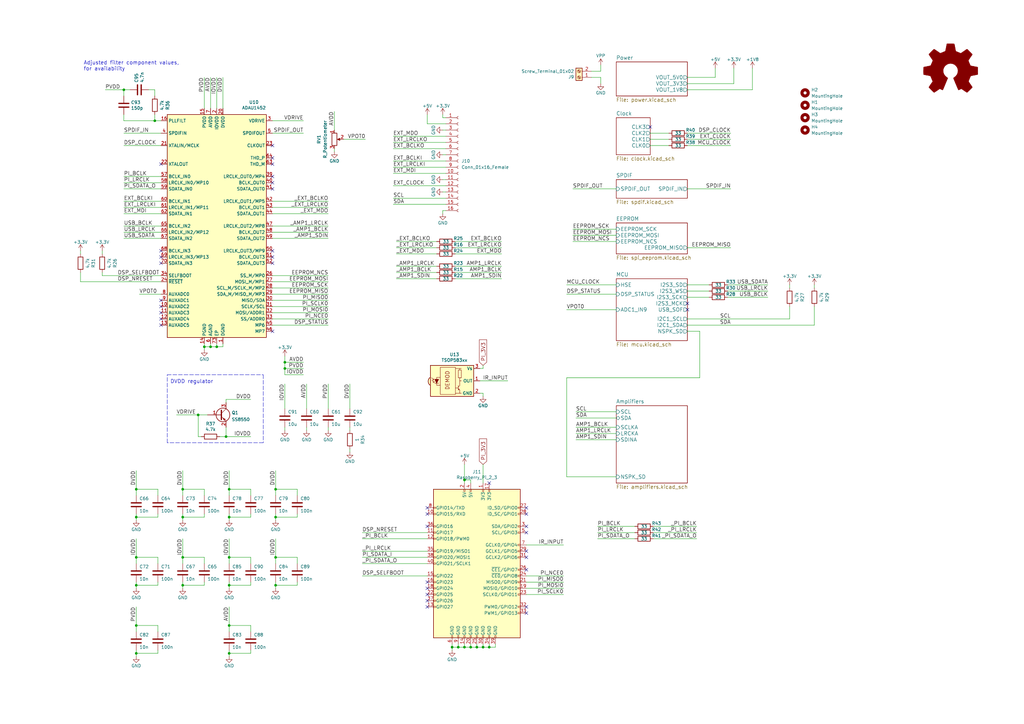
<source format=kicad_sch>
(kicad_sch (version 20211123) (generator eeschema)
  (paper "A3")
  (title_block (title "blus mini") (date "2023-05-08") (rev "b") (company "elagil"))
  (lib_symbols
    (symbol "Connector:Conn_01x16_Female" (pin_names (offset 1.016) hide)
      (property "Reference" "J" (at 0 20.32 0))
      (property "Value" "Conn_01x16_Female" (at 0 -22.86 0))
      (symbol "Conn_01x16_Female_1_1"
        (pin passive line (at -5.08 17.78 0) (length 3.81) (name "Pin_1") (number "1"))
        (pin passive line (at -5.08 -5.08 0) (length 3.81) (name "Pin_10") (number "10"))
        (pin passive line (at -5.08 -7.62 0) (length 3.81) (name "Pin_11") (number "11"))
        (pin passive line (at -5.08 -10.16 0) (length 3.81) (name "Pin_12") (number "12"))
        (pin passive line (at -5.08 -12.7 0) (length 3.81) (name "Pin_13") (number "13"))
        (pin passive line (at -5.08 -15.24 0) (length 3.81) (name "Pin_14") (number "14"))
        (pin passive line (at -5.08 -17.78 0) (length 3.81) (name "Pin_15") (number "15"))
        (pin passive line (at -5.08 -20.32 0) (length 3.81) (name "Pin_16") (number "16"))
        (pin passive line (at -5.08 15.24 0) (length 3.81) (name "Pin_2") (number "2"))
        (pin passive line (at -5.08 12.7 0) (length 3.81) (name "Pin_3") (number "3"))
        (pin passive line (at -5.08 10.16 0) (length 3.81) (name "Pin_4") (number "4"))
        (pin passive line (at -5.08 7.62 0) (length 3.81) (name "Pin_5") (number "5"))
        (pin passive line (at -5.08 5.08 0) (length 3.81) (name "Pin_6") (number "6"))
        (pin passive line (at -5.08 2.54 0) (length 3.81) (name "Pin_7") (number "7"))
        (pin passive line (at -5.08 0 0) (length 3.81) (name "Pin_8") (number "8"))
        (pin passive line (at -5.08 -2.54 0) (length 3.81) (name "Pin_9") (number "9"))
      )
    )
    (symbol "Connector:Raspberry_Pi_2_3" (pin_names (offset 1.016))
      (property "Reference" "J" (at -17.78 31.75 0))
      (property "Value" "Raspberry_Pi_2_3" (at 10.16 -31.75 0))
      (symbol "Raspberry_Pi_2_3_1_1"
        (pin power_in line (at 2.54 33.02 270) (length 2.54) (name "3V3") (number "1"))
        (pin bidirectional line (at -20.32 20.32 0) (length 2.54) (name "GPIO15/RXD") (number "10"))
        (pin bidirectional line (at -20.32 12.7 0) (length 2.54) (name "GPIO17") (number "11"))
        (pin bidirectional line (at -20.32 10.16 0) (length 2.54) (name "GPIO18/PWM0") (number "12"))
        (pin bidirectional line (at -20.32 -17.78 0) (length 2.54) (name "GPIO27") (number "13"))
        (pin power_in line (at -5.08 -33.02 90) (length 2.54) (name "GND") (number "14"))
        (pin bidirectional line (at -20.32 -5.08 0) (length 2.54) (name "GPIO22") (number "15"))
        (pin bidirectional line (at -20.32 -7.62 0) (length 2.54) (name "GPIO23") (number "16"))
        (pin power_in line (at 5.08 33.02 270) (length 2.54) (name "3V3") (number "17"))
        (pin bidirectional line (at -20.32 -10.16 0) (length 2.54) (name "GPIO24") (number "18"))
        (pin bidirectional line (at 20.32 -10.16 180) (length 2.54) (name "MOSI0/GPIO10") (number "19"))
        (pin power_in line (at -5.08 33.02 270) (length 2.54) (name "5V") (number "2"))
        (pin power_in line (at -2.54 -33.02 90) (length 2.54) (name "GND") (number "20"))
        (pin bidirectional line (at 20.32 -7.62 180) (length 2.54) (name "MISO0/GPIO9") (number "21"))
        (pin bidirectional line (at -20.32 -12.7 0) (length 2.54) (name "GPIO25") (number "22"))
        (pin bidirectional line (at 20.32 -12.7 180) (length 2.54) (name "SCLK0/GPIO11") (number "23"))
        (pin bidirectional line (at 20.32 -5.08 180) (length 2.54) (name "~{CE0}/GPIO8") (number "24"))
        (pin power_in line (at 0 -33.02 90) (length 2.54) (name "GND") (number "25"))
        (pin bidirectional line (at 20.32 -2.54 180) (length 2.54) (name "~{CE1}/GPIO7") (number "26"))
        (pin bidirectional line (at 20.32 22.86 180) (length 2.54) (name "ID_SD/GPIO0") (number "27"))
        (pin bidirectional line (at 20.32 20.32 180) (length 2.54) (name "ID_SC/GPIO1") (number "28"))
        (pin bidirectional line (at 20.32 5.08 180) (length 2.54) (name "GCLK1/GPIO5") (number "29"))
        (pin bidirectional line (at 20.32 15.24 180) (length 2.54) (name "SDA/GPIO2") (number "3"))
        (pin power_in line (at 2.54 -33.02 90) (length 2.54) (name "GND") (number "30"))
        (pin bidirectional line (at 20.32 2.54 180) (length 2.54) (name "GCLK2/GPIO6") (number "31"))
        (pin bidirectional line (at 20.32 -17.78 180) (length 2.54) (name "PWM0/GPIO12") (number "32"))
        (pin bidirectional line (at 20.32 -20.32 180) (length 2.54) (name "PWM1/GPIO13") (number "33"))
        (pin power_in line (at 5.08 -33.02 90) (length 2.54) (name "GND") (number "34"))
        (pin bidirectional line (at -20.32 5.08 0) (length 2.54) (name "GPIO19/MISO1") (number "35"))
        (pin bidirectional line (at -20.32 15.24 0) (length 2.54) (name "GPIO16") (number "36"))
        (pin bidirectional line (at -20.32 -15.24 0) (length 2.54) (name "GPIO26") (number "37"))
        (pin bidirectional line (at -20.32 2.54 0) (length 2.54) (name "GPIO20/MOSI1") (number "38"))
        (pin power_in line (at 7.62 -33.02 90) (length 2.54) (name "GND") (number "39"))
        (pin power_in line (at -2.54 33.02 270) (length 2.54) (name "5V") (number "4"))
        (pin bidirectional line (at -20.32 0 0) (length 2.54) (name "GPIO21/SCLK1") (number "40"))
        (pin bidirectional line (at 20.32 12.7 180) (length 2.54) (name "SCL/GPIO3") (number "5"))
        (pin power_in line (at -10.16 -33.02 90) (length 2.54) (name "GND") (number "6"))
        (pin bidirectional line (at 20.32 7.62 180) (length 2.54) (name "GCLK0/GPIO4") (number "7"))
        (pin bidirectional line (at -20.32 22.86 0) (length 2.54) (name "GPIO14/TXD") (number "8"))
        (pin power_in line (at -7.62 -33.02 90) (length 2.54) (name "GND") (number "9"))
      )
    )
    (symbol "Connector:Screw_Terminal_01x02" (pin_names (offset 1.016) hide)
      (property "Reference" "J" (at 0 2.54 0))
      (property "Value" "Screw_Terminal_01x02" (at 0 -5.08 0))
      (symbol "Screw_Terminal_01x02_1_1"
        (pin passive line (at -5.08 0 0) (length 3.81) (name "Pin_1") (number "1"))
        (pin passive line (at -5.08 -2.54 0) (length 3.81) (name "Pin_2") (number "2"))
      )
    )
    (symbol "DSP_AnalogDevices:ADAU1452"
      (property "Reference" "U" (at -17.78 46.99 0))
      (property "Value" "ADAU1452" (at 15.24 46.99 0))
      (symbol "ADAU1452_1_1"
        (pin power_in line (at 2.54 -48.26 90) (length 2.54) (name "DGND") (number "1"))
        (pin input line (at -22.86 -33.02 0) (length 2.54) (name "AUXADC2") (number "10"))
        (pin input line (at -22.86 -35.56 0) (length 2.54) (name "AUXADC3") (number "11"))
        (pin input line (at -22.86 -38.1 0) (length 2.54) (name "AUXADC4") (number "12"))
        (pin input line (at -22.86 -40.64 0) (length 2.54) (name "AUXADC5") (number "13"))
        (pin power_in line (at -5.08 -48.26 90) (length 2.54) (name "PGND") (number "14"))
        (pin power_in line (at -5.08 48.26 270) (length 2.54) (name "PVDD") (number "15"))
        (pin passive line (at -22.86 43.18 0) (length 2.54) (name "PLLFILT") (number "16"))
        (pin passive line (at 2.54 -48.26 90) (length 2.54) hide (name "DGND") (number "17"))
        (pin passive line (at 0 48.26 270) (length 2.54) hide (name "IOVDD") (number "18"))
        (pin passive line (at 2.54 -48.26 90) (length 2.54) hide (name "DGND") (number "19"))
        (pin power_in line (at 0 48.26 270) (length 2.54) (name "IOVDD") (number "2"))
        (pin power_in line (at 2.54 48.26 270) (length 2.54) (name "DVDD") (number "20"))
        (pin input line (at -22.86 33.02 0) (length 2.54) (name "XTALIN/MCLK") (number "21"))
        (pin output line (at -22.86 25.4 0) (length 2.54) (name "XTALOUT") (number "22"))
        (pin output line (at 22.86 33.02 180) (length 2.54) (name "CLKOUT") (number "23"))
        (pin input line (at -22.86 -22.86 0) (length 2.54) (name "~{RESET}") (number "24"))
        (pin passive line (at 2.54 -48.26 90) (length 2.54) hide (name "DGND") (number "25"))
        (pin bidirectional line (at 22.86 -20.32 180) (length 2.54) (name "SS_M/MP0") (number "26"))
        (pin bidirectional line (at 22.86 -22.86 180) (length 2.54) (name "MOSI_M/MP1") (number "27"))
        (pin bidirectional line (at 22.86 -25.4 180) (length 2.54) (name "SCL_M/SCLK_M/MP2") (number "28"))
        (pin bidirectional line (at 22.86 -27.94 180) (length 2.54) (name "SDA_M/MISO_M/MP3") (number "29"))
        (pin output line (at 22.86 43.18 180) (length 2.54) (name "VDRIVE") (number "3"))
        (pin bidirectional line (at 22.86 -30.48 180) (length 2.54) (name "MISO/SDA") (number "30"))
        (pin input line (at 22.86 -33.02 180) (length 2.54) (name "SCLK/SCL") (number "31"))
        (pin input line (at 22.86 -35.56 180) (length 2.54) (name "MOSI/ADDR1") (number "32"))
        (pin input line (at 22.86 -38.1 180) (length 2.54) (name "SS/ADDR0") (number "33"))
        (pin input line (at -22.86 -20.32 0) (length 2.54) (name "SELFBOOT") (number "34"))
        (pin passive line (at 2.54 48.26 270) (length 2.54) hide (name "DVDD") (number "35"))
        (pin passive line (at 2.54 -48.26 90) (length 2.54) hide (name "DGND") (number "36"))
        (pin passive line (at 2.54 -48.26 90) (length 2.54) hide (name "DGND") (number "37"))
        (pin passive line (at 0 48.26 270) (length 2.54) hide (name "IOVDD") (number "38"))
        (pin bidirectional line (at 22.86 20.32 180) (length 2.54) (name "LRCLK_OUT0/MP4") (number "39"))
        (pin input line (at -22.86 38.1 0) (length 2.54) (name "SPDIFIN") (number "4"))
        (pin bidirectional line (at 22.86 17.78 180) (length 2.54) (name "BCLK_OUT0") (number "40"))
        (pin output line (at 22.86 15.24 180) (length 2.54) (name "SDATA_OUT0") (number "41"))
        (pin bidirectional line (at 22.86 10.16 180) (length 2.54) (name "LRCLK_OUT1/MP5") (number "42"))
        (pin bidirectional line (at 22.86 7.62 180) (length 2.54) (name "BCLK_OUT1") (number "43"))
        (pin output line (at 22.86 5.08 180) (length 2.54) (name "SDATA_OUT1") (number "44"))
        (pin bidirectional line (at 22.86 -40.64 180) (length 2.54) (name "MP6") (number "45"))
        (pin bidirectional line (at 22.86 -43.18 180) (length 2.54) (name "MP7") (number "46"))
        (pin bidirectional line (at 22.86 0 180) (length 2.54) (name "LRCLK_OUT2/MP8") (number "47"))
        (pin bidirectional line (at 22.86 -2.54 180) (length 2.54) (name "BCLK_OUT2") (number "48"))
        (pin output line (at 22.86 -5.08 180) (length 2.54) (name "SDATA_OUT2") (number "49"))
        (pin output line (at 22.86 38.1 180) (length 2.54) (name "SPDIFOUT") (number "5"))
        (pin bidirectional line (at 22.86 -10.16 180) (length 2.54) (name "LRCLK_OUT3/MP9") (number "50"))
        (pin bidirectional line (at 22.86 -12.7 180) (length 2.54) (name "BCLK_OUT3") (number "51"))
        (pin output line (at 22.86 -15.24 180) (length 2.54) (name "SDATA_OUT3") (number "52"))
        (pin passive line (at 2.54 48.26 270) (length 2.54) hide (name "DVDD") (number "53"))
        (pin passive line (at 2.54 -48.26 90) (length 2.54) hide (name "DGND") (number "54"))
        (pin passive line (at 2.54 -48.26 90) (length 2.54) hide (name "DGND") (number "55"))
        (pin passive line (at 0 48.26 270) (length 2.54) hide (name "IOVDD") (number "56"))
        (pin bidirectional line (at -22.86 20.32 0) (length 2.54) (name "BCLK_IN0") (number "57"))
        (pin bidirectional line (at -22.86 17.78 0) (length 2.54) (name "LRCLK_IN0/MP10") (number "58"))
        (pin input line (at -22.86 15.24 0) (length 2.54) (name "SDATA_IN0") (number "59"))
        (pin power_in line (at -2.54 -48.26 90) (length 2.54) (name "AGND") (number "6"))
        (pin bidirectional line (at -22.86 10.16 0) (length 2.54) (name "BCLK_IN1") (number "60"))
        (pin bidirectional line (at -22.86 7.62 0) (length 2.54) (name "LRCLK_IN1/MP11") (number "61"))
        (pin input line (at -22.86 5.08 0) (length 2.54) (name "SDATA_IN1") (number "62"))
        (pin passive line (at 22.86 25.4 180) (length 2.54) (name "THD_M") (number "63"))
        (pin passive line (at 22.86 27.94 180) (length 2.54) (name "THD_P") (number "64"))
        (pin bidirectional line (at -22.86 0 0) (length 2.54) (name "BCLK_IN2") (number "65"))
        (pin bidirectional line (at -22.86 -2.54 0) (length 2.54) (name "LRCLK_IN2/MP12") (number "66"))
        (pin input line (at -22.86 -5.08 0) (length 2.54) (name "SDATA_IN2") (number "67"))
        (pin bidirectional line (at -22.86 -10.16 0) (length 2.54) (name "BCLK_IN3") (number "68"))
        (pin bidirectional line (at -22.86 -12.7 0) (length 2.54) (name "LRCLK_IN3/MP13") (number "69"))
        (pin power_in line (at -2.54 48.26 270) (length 2.54) (name "AVDD") (number "7"))
        (pin input line (at -22.86 -15.24 0) (length 2.54) (name "SDATA_IN3") (number "70"))
        (pin passive line (at 2.54 48.26 270) (length 2.54) hide (name "DVDD") (number "71"))
        (pin passive line (at 2.54 -48.26 90) (length 2.54) hide (name "DGND") (number "72"))
        (pin power_in line (at 0 -48.26 90) (length 2.54) (name "EP") (number "73"))
        (pin input line (at -22.86 -27.94 0) (length 2.54) (name "AUXADC0") (number "8"))
        (pin input line (at -22.86 -30.48 0) (length 2.54) (name "AUXADC1") (number "9"))
      )
    )
    (symbol "Device:C" (pin_numbers hide) (pin_names (offset 0.254))
      (property "Reference" "C" (at 0.635 2.54 0))
      (property "Value" "C" (at 0.635 -2.54 0))
      (symbol "C_1_1"
        (pin passive line (at 0 3.81 270) (length 2.794) (name "~") (number "1"))
        (pin passive line (at 0 -3.81 90) (length 2.794) (name "~") (number "2"))
      )
    )
    (symbol "Device:Q_PNP_BEC" (pin_names (offset 0) hide)
      (property "Reference" "Q" (at 5.08 1.27 0))
      (property "Value" "Q_PNP_BEC" (at 5.08 -1.27 0))
      (symbol "Q_PNP_BEC_1_1"
        (pin input line (at -5.08 0 0) (length 5.715) (name "B") (number "1"))
        (pin passive line (at 2.54 -5.08 90) (length 2.54) (name "E") (number "2"))
        (pin passive line (at 2.54 5.08 270) (length 2.54) (name "C") (number "3"))
      )
    )
    (symbol "Device:R" (pin_numbers hide) (pin_names (offset 0))
      (property "Reference" "R" (at 2.032 0 90))
      (property "Value" "R" (at 0 0 90))
      (symbol "R_1_1"
        (pin passive line (at 0 3.81 270) (length 1.27) (name "~") (number "1"))
        (pin passive line (at 0 -3.81 90) (length 1.27) (name "~") (number "2"))
      )
    )
    (symbol "Device:R_Potentiometer" (pin_names (offset 1.016) hide)
      (property "Reference" "RV" (at -4.445 0 90))
      (property "Value" "R_Potentiometer" (at -2.54 0 90))
      (symbol "R_Potentiometer_1_1"
        (pin passive line (at 0 3.81 270) (length 1.27) (name "1") (number "1"))
        (pin passive line (at 3.81 0 180) (length 1.27) (name "2") (number "2"))
        (pin passive line (at 0 -3.81 90) (length 1.27) (name "3") (number "3"))
      )
    )
    (symbol "Graphic:Logo_Open_Hardware_Large" (pin_names (offset 1.016)))
    (symbol "Interface_Optical:TSOP583xx"
      (property "Reference" "U" (at -10.16 7.62 0))
      (property "Value" "TSOP583xx" (at -10.16 -7.62 0))
      (symbol "TSOP583xx_0_0"
        (text "DEMOD" (at -3.175 0.254 900) (effects (font (size 1.524 1.524))))
      )
      (symbol "TSOP583xx_1_1"
        (pin output line (at 10.16 0 180) (length 2.54) (name "OUT") (number "1"))
        (pin power_in line (at 10.16 -5.08 180) (length 2.54) (name "GND") (number "2"))
        (pin power_in line (at 10.16 5.08 180) (length 2.54) (name "Vs") (number "3"))
      )
    )
    (symbol "Mechanical:MountingHole" (pin_names (offset 1.016))
      (property "Reference" "H" (at 0 5.08 0))
      (property "Value" "MountingHole" (at 0 3.175 0))
    )
    (symbol "power:+1V8" (power) (pin_names (offset 0))
      (property "Value" "+1V8" (at 0 3.556 0))
      (symbol "+1V8_1_1"
        (pin power_in line (at 0 0 90) (length 0) hide (name "+1V8") (number "1"))
      )
    )
    (symbol "power:+3.3V" (power) (pin_names (offset 0))
      (property "Value" "+3.3V" (at 0 3.556 0))
      (symbol "+3.3V_1_1"
        (pin power_in line (at 0 0 90) (length 0) hide (name "+3.3V") (number "1"))
      )
    )
    (symbol "power:+5V" (power) (pin_names (offset 0))
      (property "Value" "+5V" (at 0 3.556 0))
      (symbol "+5V_1_1"
        (pin power_in line (at 0 0 90) (length 0) hide (name "+5V") (number "1"))
      )
    )
    (symbol "power:GND" (power) (pin_names (offset 0))
      (property "Value" "GND" (at 0 -3.81 0))
      (symbol "GND_1_1"
        (pin power_in line (at 0 0 270) (length 0) hide (name "GND") (number "1"))
      )
    )
    (symbol "power:VPP" (power) (pin_names (offset 0))
      (property "Value" "VPP" (at 0 3.81 0))
      (symbol "VPP_1_1"
        (pin power_in line (at 0 0 90) (length 0) hide (name "VPP") (number "1"))
      )
    )
  )
  (junction (at 195.58 265.43))
  (junction (at 190.5 196.85))
  (junction (at 187.96 265.43))
  (junction (at 88.9 142.24))
  (junction (at 55.88 267.97))
  (junction (at 93.98 240.03))
  (junction (at 74.93 240.03))
  (junction (at 93.98 212.09))
  (junction (at 93.98 256.54))
  (junction (at 74.93 228.6))
  (junction (at 93.98 200.66))
  (junction (at 55.88 256.54))
  (junction (at 93.98 267.97))
  (junction (at 83.82 142.24))
  (junction (at 55.88 200.66))
  (junction (at 116.84 151.13))
  (junction (at 185.42 265.43))
  (junction (at 113.03 200.66))
  (junction (at 113.03 228.6))
  (junction (at 63.5 49.53))
  (junction (at 55.88 240.03))
  (junction (at 74.93 212.09))
  (junction (at 81.28 170.18))
  (junction (at 55.88 212.09))
  (junction (at 116.84 148.59))
  (junction (at 86.36 142.24))
  (junction (at 113.03 212.09))
  (junction (at 193.04 265.43))
  (junction (at 50.8 36.83))
  (junction (at 55.88 228.6))
  (junction (at 198.12 265.43))
  (junction (at 92.71 179.07))
  (junction (at 93.98 228.6))
  (junction (at 74.93 200.66))
  (junction (at 190.5 265.43))
  (junction (at 200.66 265.43))
  (junction (at 113.03 240.03))
  (no_connect (at 175.26 243.84))
  (no_connect (at 175.26 238.76))
  (no_connect (at 215.9 228.6))
  (no_connect (at 111.76 72.39))
  (no_connect (at 215.9 210.82))
  (no_connect (at 215.9 248.92))
  (no_connect (at 66.04 107.95))
  (no_connect (at 281.94 124.46))
  (no_connect (at 111.76 64.77))
  (no_connect (at 66.04 133.35))
  (no_connect (at 66.04 102.87))
  (no_connect (at 215.9 215.9))
  (no_connect (at 66.04 130.81))
  (no_connect (at 111.76 67.31))
  (no_connect (at 215.9 218.44))
  (no_connect (at 111.76 74.93))
  (no_connect (at 215.9 208.28))
  (no_connect (at 200.66 198.12))
  (no_connect (at 66.04 123.19))
  (no_connect (at 111.76 105.41))
  (no_connect (at 266.7 52.07))
  (no_connect (at 175.26 248.92))
  (no_connect (at 215.9 233.68))
  (no_connect (at 175.26 241.3))
  (no_connect (at 111.76 102.87))
  (no_connect (at 175.26 208.28))
  (no_connect (at 281.94 127))
  (no_connect (at 111.76 77.47))
  (no_connect (at 66.04 125.73))
  (no_connect (at 215.9 226.06))
  (no_connect (at 66.04 67.31))
  (no_connect (at 111.76 107.95))
  (no_connect (at 215.9 251.46))
  (no_connect (at 111.76 59.69))
  (no_connect (at 111.76 135.89))
  (no_connect (at 175.26 210.82))
  (no_connect (at 175.26 246.38))
  (no_connect (at 175.26 215.9))
  (no_connect (at 66.04 128.27))
  (no_connect (at 66.04 105.41))
  (wire (pts (xy 113.03 210.82) (xy 113.03 212.09)))
  (wire (pts (xy 148.59 220.98) (xy 175.26 220.98)))
  (wire (pts (xy 64.77 212.09) (xy 64.77 210.82)))
  (wire (pts (xy 111.76 82.55) (xy 134.62 82.55)))
  (wire (pts (xy 74.93 212.09) (xy 83.82 212.09)))
  (wire (pts (xy 55.88 220.98) (xy 55.88 228.6)))
  (wire (pts (xy 236.22 180.34) (xy 252.73 180.34)))
  (wire (pts (xy 93.98 267.97) (xy 93.98 269.24)))
  (wire (pts (xy 281.94 116.84) (xy 290.83 116.84)))
  (wire (pts (xy 111.76 130.81) (xy 134.62 130.81)))
  (wire (pts (xy 81.28 170.18) (xy 81.28 179.07)))
  (wire (pts (xy 281.94 121.92) (xy 290.83 121.92)))
  (wire (pts (xy 116.84 153.67) (xy 124.46 153.67)))
  (wire (pts (xy 74.93 193.04) (xy 74.93 200.66)))
  (wire (pts (xy 50.8 77.47) (xy 66.04 77.47)))
  (wire (pts (xy 92.71 179.07) (xy 90.17 179.07)))
  (wire (pts (xy 85.09 170.18) (xy 81.28 170.18)))
  (wire (pts (xy 55.88 267.97) (xy 55.88 269.24)))
  (wire (pts (xy 43.18 36.83) (xy 50.8 36.83)))
  (wire (pts (xy 293.37 27.94) (xy 293.37 31.75)))
  (wire (pts (xy 93.98 228.6) (xy 102.87 228.6)))
  (wire (pts (xy 111.76 118.11) (xy 134.62 118.11)))
  (wire (pts (xy 33.02 115.57) (xy 66.04 115.57)))
  (wire (pts (xy 111.76 123.19) (xy 134.62 123.19)))
  (wire (pts (xy 64.77 240.03) (xy 64.77 238.76)))
  (wire (pts (xy 181.61 63.5) (xy 182.88 63.5)))
  (wire (pts (xy 55.88 267.97) (xy 64.77 267.97)))
  (wire (pts (xy 66.04 49.53) (xy 63.5 49.53)))
  (wire (pts (xy 93.98 203.2) (xy 93.98 200.66)))
  (wire (pts (xy 74.93 200.66) (xy 83.82 200.66)))
  (wire (pts (xy 74.93 240.03) (xy 83.82 240.03)))
  (wire (pts (xy 299.72 101.6) (xy 281.94 101.6)))
  (wire (pts (xy 267.97 218.44) (xy 285.75 218.44)))
  (wire (pts (xy 148.59 231.14) (xy 175.26 231.14)))
  (wire (pts (xy 83.82 212.09) (xy 83.82 210.82)))
  (wire (pts (xy 111.76 97.79) (xy 134.62 97.79)))
  (wire (pts (xy 334.01 133.35) (xy 334.01 125.73)))
  (wire (pts (xy 252.73 93.98) (xy 234.95 93.98)))
  (wire (pts (xy 267.97 220.98) (xy 285.75 220.98)))
  (wire (pts (xy 148.59 218.44) (xy 175.26 218.44)))
  (wire (pts (xy 245.11 218.44) (xy 260.35 218.44)))
  (wire (pts (xy 113.03 238.76) (xy 113.03 240.03)))
  (wire (pts (xy 113.03 220.98) (xy 113.03 228.6)))
  (wire (pts (xy 64.77 200.66) (xy 64.77 203.2)))
  (wire (pts (xy 74.93 210.82) (xy 74.93 212.09)))
  (wire (pts (xy 93.98 238.76) (xy 93.98 240.03)))
  (wire (pts (xy 113.03 228.6) (xy 121.92 228.6)))
  (wire (pts (xy 245.11 215.9) (xy 260.35 215.9)))
  (wire (pts (xy 55.88 212.09) (xy 64.77 212.09)))
  (wire (pts (xy 267.97 215.9) (xy 285.75 215.9)))
  (wire (pts (xy 232.41 116.84) (xy 252.73 116.84)))
  (wire (pts (xy 91.44 142.24) (xy 91.44 140.97)))
  (wire (pts (xy 113.03 212.09) (xy 113.03 213.36)))
  (wire (pts (xy 308.61 36.83) (xy 308.61 27.94)))
  (wire (pts (xy 102.87 212.09) (xy 102.87 210.82)))
  (wire (pts (xy 74.93 228.6) (xy 83.82 228.6)))
  (wire (pts (xy 113.03 240.03) (xy 121.92 240.03)))
  (wire (pts (xy 50.8 82.55) (xy 66.04 82.55)))
  (wire (pts (xy 92.71 175.26) (xy 92.71 179.07)))
  (wire (pts (xy 162.56 111.76) (xy 179.07 111.76)))
  (wire (pts (xy 161.29 71.12) (xy 182.88 71.12)))
  (wire (pts (xy 60.96 36.83) (xy 63.5 36.83)))
  (wire (pts (xy 81.28 179.07) (xy 82.55 179.07)))
  (wire (pts (xy 111.76 85.09) (xy 134.62 85.09)))
  (wire (pts (xy 66.04 95.25) (xy 50.8 95.25)))
  (wire (pts (xy 102.87 240.03) (xy 102.87 238.76)))
  (wire (pts (xy 186.69 99.06) (xy 205.74 99.06)))
  (wire (pts (xy 111.76 115.57) (xy 134.62 115.57)))
  (wire (pts (xy 195.58 265.43) (xy 195.58 264.16)))
  (wire (pts (xy 125.73 175.26) (xy 125.73 176.53)))
  (wire (pts (xy 181.61 53.34) (xy 182.88 53.34)))
  (wire (pts (xy 198.12 161.29) (xy 198.12 162.56)))
  (wire (pts (xy 140.97 57.15) (xy 149.86 57.15)))
  (wire (pts (xy 181.61 48.26) (xy 181.61 46.99)))
  (wire (pts (xy 74.93 203.2) (xy 74.93 200.66)))
  (wire (pts (xy 134.62 176.53) (xy 134.62 175.26)))
  (wire (pts (xy 93.98 240.03) (xy 93.98 241.3)))
  (wire (pts (xy 236.22 175.26) (xy 252.73 175.26)))
  (wire (pts (xy 50.8 92.71) (xy 66.04 92.71)))
  (wire (pts (xy 50.8 54.61) (xy 66.04 54.61)))
  (wire (pts (xy 113.03 231.14) (xy 113.03 228.6)))
  (wire (pts (xy 334.01 116.84) (xy 334.01 118.11)))
  (wire (pts (xy 72.39 170.18) (xy 81.28 170.18)))
  (wire (pts (xy 116.84 151.13) (xy 116.84 153.67)))
  (wire (pts (xy 111.76 113.03) (xy 134.62 113.03)))
  (wire (pts (xy 198.12 190.5) (xy 198.12 198.12)))
  (wire (pts (xy 55.88 193.04) (xy 55.88 200.66)))
  (wire (pts (xy 124.46 49.53) (xy 111.76 49.53)))
  (wire (pts (xy 41.91 102.87) (xy 41.91 104.14)))
  (wire (pts (xy 298.45 119.38) (xy 314.96 119.38)))
  (wire (pts (xy 186.69 101.6) (xy 205.74 101.6)))
  (wire (pts (xy 181.61 78.74) (xy 182.88 78.74)))
  (wire (pts (xy 124.46 54.61) (xy 111.76 54.61)))
  (wire (pts (xy 162.56 99.06) (xy 179.07 99.06)))
  (wire (pts (xy 231.14 243.84) (xy 215.9 243.84)))
  (wire (pts (xy 299.72 77.47) (xy 281.94 77.47)))
  (wire (pts (xy 231.14 236.22) (xy 215.9 236.22)))
  (wire (pts (xy 33.02 102.87) (xy 33.02 104.14)))
  (wire (pts (xy 113.03 200.66) (xy 121.92 200.66)))
  (wire (pts (xy 231.14 238.76) (xy 215.9 238.76)))
  (wire (pts (xy 86.36 142.24) (xy 88.9 142.24)))
  (wire (pts (xy 148.59 228.6) (xy 175.26 228.6)))
  (wire (pts (xy 55.88 259.08) (xy 55.88 256.54)))
  (wire (pts (xy 121.92 240.03) (xy 121.92 238.76)))
  (wire (pts (xy 55.88 238.76) (xy 55.88 240.03)))
  (wire (pts (xy 182.88 50.8) (xy 175.26 50.8)))
  (wire (pts (xy 137.16 45.72) (xy 137.16 53.34)))
  (wire (pts (xy 116.84 146.05) (xy 116.84 148.59)))
  (wire (pts (xy 55.88 212.09) (xy 55.88 213.36)))
  (wire (pts (xy 200.66 265.43) (xy 200.66 264.16)))
  (wire (pts (xy 162.56 114.3) (xy 179.07 114.3)))
  (wire (pts (xy 161.29 81.28) (xy 182.88 81.28)))
  (wire (pts (xy 281.94 130.81) (xy 323.85 130.81)))
  (wire (pts (xy 93.98 210.82) (xy 93.98 212.09)))
  (wire (pts (xy 125.73 167.64) (xy 125.73 157.48)))
  (wire (pts (xy 137.16 60.96) (xy 137.16 62.23)))
  (wire (pts (xy 281.94 119.38) (xy 290.83 119.38)))
  (wire (pts (xy 242.57 29.21) (xy 246.38 29.21)))
  (wire (pts (xy 281.94 31.75) (xy 293.37 31.75)))
  (wire (pts (xy 186.69 104.14) (xy 205.74 104.14)))
  (wire (pts (xy 83.82 228.6) (xy 83.82 231.14)))
  (wire (pts (xy 186.69 114.3) (xy 205.74 114.3)))
  (wire (pts (xy 113.03 203.2) (xy 113.03 200.66)))
  (wire (pts (xy 185.42 265.43) (xy 185.42 266.7)))
  (wire (pts (xy 83.82 240.03) (xy 83.82 238.76)))
  (wire (pts (xy 287.02 135.89) (xy 287.02 154.94)))
  (wire (pts (xy 281.94 34.29) (xy 300.99 34.29)))
  (wire (pts (xy 55.88 266.7) (xy 55.88 267.97)))
  (wire (pts (xy 161.29 60.96) (xy 182.88 60.96)))
  (wire (pts (xy 93.98 231.14) (xy 93.98 228.6)))
  (wire (pts (xy 93.98 220.98) (xy 93.98 228.6)))
  (wire (pts (xy 55.88 231.14) (xy 55.88 228.6)))
  (wire (pts (xy 281.94 54.61) (xy 299.72 54.61)))
  (wire (pts (xy 148.59 236.22) (xy 175.26 236.22)))
  (wire (pts (xy 198.12 265.43) (xy 200.66 265.43)))
  (wire (pts (xy 50.8 59.69) (xy 66.04 59.69)))
  (wire (pts (xy 246.38 26.67) (xy 246.38 29.21)))
  (wire (pts (xy 190.5 196.85) (xy 190.5 198.12)))
  (wire (pts (xy 234.95 99.06) (xy 252.73 99.06)))
  (wire (pts (xy 113.03 212.09) (xy 121.92 212.09)))
  (wire (pts (xy 185.42 265.43) (xy 187.96 265.43)))
  (wire (pts (xy 236.22 168.91) (xy 252.73 168.91)))
  (wire (pts (xy 55.88 203.2) (xy 55.88 200.66)))
  (wire (pts (xy 186.69 109.22) (xy 205.74 109.22)))
  (wire (pts (xy 266.7 54.61) (xy 274.32 54.61)))
  (wire (pts (xy 193.04 265.43) (xy 193.04 264.16)))
  (wire (pts (xy 111.76 125.73) (xy 134.62 125.73)))
  (wire (pts (xy 111.76 133.35) (xy 134.62 133.35)))
  (wire (pts (xy 281.94 59.69) (xy 299.72 59.69)))
  (wire (pts (xy 195.58 265.43) (xy 198.12 265.43)))
  (wire (pts (xy 55.88 248.92) (xy 55.88 256.54)))
  (wire (pts (xy 298.45 116.84) (xy 314.96 116.84)))
  (wire (pts (xy 182.88 48.26) (xy 181.61 48.26)))
  (wire (pts (xy 83.82 140.97) (xy 83.82 142.24)))
  (wire (pts (xy 190.5 190.5) (xy 190.5 196.85)))
  (wire (pts (xy 193.04 198.12) (xy 193.04 196.85)))
  (wire (pts (xy 234.95 96.52) (xy 252.73 96.52)))
  (wire (pts (xy 208.28 156.21) (xy 196.85 156.21)))
  (wire (pts (xy 50.8 36.83) (xy 50.8 39.37)))
  (wire (pts (xy 193.04 196.85) (xy 190.5 196.85)))
  (wire (pts (xy 175.26 50.8) (xy 175.26 46.99)))
  (wire (pts (xy 41.91 113.03) (xy 66.04 113.03)))
  (wire (pts (xy 113.03 240.03) (xy 113.03 241.3)))
  (wire (pts (xy 91.44 31.75) (xy 91.44 44.45)))
  (wire (pts (xy 55.88 256.54) (xy 64.77 256.54)))
  (wire (pts (xy 300.99 27.94) (xy 300.99 34.29)))
  (wire (pts (xy 181.61 86.36) (xy 182.88 86.36)))
  (wire (pts (xy 298.45 121.92) (xy 314.96 121.92)))
  (wire (pts (xy 124.46 148.59) (xy 116.84 148.59)))
  (wire (pts (xy 121.92 200.66) (xy 121.92 203.2)))
  (wire (pts (xy 86.36 31.75) (xy 86.36 44.45)))
  (wire (pts (xy 121.92 228.6) (xy 121.92 231.14)))
  (wire (pts (xy 83.82 142.24) (xy 86.36 142.24)))
  (wire (pts (xy 198.12 151.13) (xy 196.85 151.13)))
  (wire (pts (xy 274.32 59.69) (xy 266.7 59.69)))
  (wire (pts (xy 57.15 120.65) (xy 66.04 120.65)))
  (wire (pts (xy 281.94 133.35) (xy 334.01 133.35)))
  (wire (pts (xy 116.84 175.26) (xy 116.84 176.53)))
  (wire (pts (xy 66.04 74.93) (xy 50.8 74.93)))
  (wire (pts (xy 196.85 161.29) (xy 198.12 161.29)))
  (wire (pts (xy 111.76 92.71) (xy 134.62 92.71)))
  (polyline (pts (xy 68.58 181.61) (xy 68.58 153.67)))
  (wire (pts (xy 234.95 77.47) (xy 252.73 77.47)))
  (wire (pts (xy 187.96 265.43) (xy 190.5 265.43)))
  (wire (pts (xy 102.87 256.54) (xy 102.87 259.08)))
  (wire (pts (xy 281.94 135.89) (xy 287.02 135.89)))
  (wire (pts (xy 111.76 87.63) (xy 134.62 87.63)))
  (wire (pts (xy 198.12 265.43) (xy 198.12 264.16)))
  (wire (pts (xy 33.02 115.57) (xy 33.02 111.76)))
  (wire (pts (xy 74.93 212.09) (xy 74.93 213.36)))
  (wire (pts (xy 50.8 97.79) (xy 66.04 97.79)))
  (wire (pts (xy 161.29 55.88) (xy 182.88 55.88)))
  (wire (pts (xy 162.56 104.14) (xy 179.07 104.14)))
  (wire (pts (xy 148.59 226.06) (xy 175.26 226.06)))
  (wire (pts (xy 83.82 31.75) (xy 83.82 44.45)))
  (wire (pts (xy 231.14 223.52) (xy 215.9 223.52)))
  (wire (pts (xy 232.41 195.58) (xy 252.73 195.58)))
  (wire (pts (xy 102.87 267.97) (xy 102.87 266.7)))
  (wire (pts (xy 92.71 179.07) (xy 102.87 179.07)))
  (wire (pts (xy 198.12 149.86) (xy 198.12 151.13)))
  (wire (pts (xy 181.61 73.66) (xy 182.88 73.66)))
  (wire (pts (xy 55.88 240.03) (xy 64.77 240.03)))
  (wire (pts (xy 161.29 83.82) (xy 182.88 83.82)))
  (wire (pts (xy 93.98 212.09) (xy 102.87 212.09)))
  (wire (pts (xy 162.56 101.6) (xy 179.07 101.6)))
  (polyline (pts (xy 68.58 153.67) (xy 107.95 153.67)))
  (wire (pts (xy 83.82 142.24) (xy 83.82 143.51)))
  (wire (pts (xy 116.84 148.59) (xy 116.84 151.13)))
  (wire (pts (xy 232.41 154.94) (xy 232.41 195.58)))
  (wire (pts (xy 161.29 66.04) (xy 182.88 66.04)))
  (wire (pts (xy 102.87 200.66) (xy 102.87 203.2)))
  (wire (pts (xy 111.76 128.27) (xy 134.62 128.27)))
  (polyline (pts (xy 107.95 153.67) (xy 107.95 181.61)))
  (wire (pts (xy 74.93 220.98) (xy 74.93 228.6)))
  (wire (pts (xy 203.2 265.43) (xy 203.2 264.16)))
  (wire (pts (xy 53.34 36.83) (xy 50.8 36.83)))
  (wire (pts (xy 55.88 200.66) (xy 64.77 200.66)))
  (wire (pts (xy 93.98 259.08) (xy 93.98 256.54)))
  (wire (pts (xy 74.93 238.76) (xy 74.93 240.03)))
  (wire (pts (xy 93.98 256.54) (xy 102.87 256.54)))
  (wire (pts (xy 93.98 200.66) (xy 102.87 200.66)))
  (wire (pts (xy 323.85 130.81) (xy 323.85 125.73)))
  (wire (pts (xy 111.76 95.25) (xy 134.62 95.25)))
  (wire (pts (xy 143.51 157.48) (xy 143.51 167.64)))
  (wire (pts (xy 281.94 36.83) (xy 308.61 36.83)))
  (wire (pts (xy 55.88 228.6) (xy 64.77 228.6)))
  (wire (pts (xy 83.82 200.66) (xy 83.82 203.2)))
  (wire (pts (xy 64.77 228.6) (xy 64.77 231.14)))
  (wire (pts (xy 74.93 231.14) (xy 74.93 228.6)))
  (wire (pts (xy 181.61 86.36) (xy 181.61 87.63)))
  (wire (pts (xy 200.66 265.43) (xy 203.2 265.43)))
  (wire (pts (xy 185.42 264.16) (xy 185.42 265.43)))
  (wire (pts (xy 102.87 228.6) (xy 102.87 231.14)))
  (wire (pts (xy 121.92 212.09) (xy 121.92 210.82)))
  (wire (pts (xy 116.84 167.64) (xy 116.84 157.48)))
  (wire (pts (xy 236.22 177.8) (xy 252.73 177.8)))
  (wire (pts (xy 266.7 57.15) (xy 274.32 57.15)))
  (wire (pts (xy 287.02 154.94) (xy 232.41 154.94)))
  (wire (pts (xy 236.22 171.45) (xy 252.73 171.45)))
  (wire (pts (xy 88.9 142.24) (xy 91.44 142.24)))
  (wire (pts (xy 143.51 184.15) (xy 143.51 185.42)))
  (wire (pts (xy 55.88 240.03) (xy 55.88 241.3)))
  (wire (pts (xy 86.36 142.24) (xy 86.36 140.97)))
  (wire (pts (xy 281.94 57.15) (xy 299.72 57.15)))
  (wire (pts (xy 66.04 85.09) (xy 50.8 85.09)))
  (wire (pts (xy 143.51 175.26) (xy 143.51 176.53)))
  (wire (pts (xy 93.98 267.97) (xy 102.87 267.97)))
  (wire (pts (xy 232.41 127) (xy 252.73 127)))
  (wire (pts (xy 50.8 72.39) (xy 66.04 72.39)))
  (wire (pts (xy 55.88 210.82) (xy 55.88 212.09)))
  (wire (pts (xy 88.9 142.24) (xy 88.9 140.97)))
  (polyline (pts (xy 107.95 181.61) (xy 68.58 181.61)))
  (wire (pts (xy 93.98 266.7) (xy 93.98 267.97)))
  (wire (pts (xy 134.62 167.64) (xy 134.62 157.48)))
  (wire (pts (xy 93.98 248.92) (xy 93.98 256.54)))
  (wire (pts (xy 186.69 111.76) (xy 205.74 111.76)))
  (wire (pts (xy 245.11 220.98) (xy 260.35 220.98)))
  (wire (pts (xy 161.29 68.58) (xy 182.88 68.58)))
  (wire (pts (xy 113.03 193.04) (xy 113.03 200.66)))
  (wire (pts (xy 190.5 265.43) (xy 190.5 264.16)))
  (wire (pts (xy 63.5 36.83) (xy 63.5 39.37)))
  (wire (pts (xy 161.29 76.2) (xy 182.88 76.2)))
  (wire (pts (xy 323.85 116.84) (xy 323.85 118.11)))
  (wire (pts (xy 92.71 165.1) (xy 92.71 163.83)))
  (wire (pts (xy 64.77 256.54) (xy 64.77 259.08)))
  (wire (pts (xy 92.71 163.83) (xy 102.87 163.83)))
  (wire (pts (xy 193.04 265.43) (xy 195.58 265.43)))
  (wire (pts (xy 93.98 212.09) (xy 93.98 213.36)))
  (wire (pts (xy 66.04 87.63) (xy 50.8 87.63)))
  (wire (pts (xy 50.8 46.99) (xy 50.8 49.53)))
  (wire (pts (xy 162.56 109.22) (xy 179.07 109.22)))
  (wire (pts (xy 93.98 240.03) (xy 102.87 240.03)))
  (wire (pts (xy 242.57 31.75) (xy 246.38 31.75)))
  (wire (pts (xy 74.93 240.03) (xy 74.93 241.3)))
  (wire (pts (xy 88.9 31.75) (xy 88.9 44.45)))
  (wire (pts (xy 190.5 265.43) (xy 193.04 265.43)))
  (wire (pts (xy 64.77 267.97) (xy 64.77 266.7)))
  (wire (pts (xy 111.76 120.65) (xy 134.62 120.65)))
  (wire (pts (xy 187.96 265.43) (xy 187.96 264.16)))
  (wire (pts (xy 215.9 241.3) (xy 231.14 241.3)))
  (wire (pts (xy 93.98 193.04) (xy 93.98 200.66)))
  (wire (pts (xy 161.29 58.42) (xy 182.88 58.42)))
  (wire (pts (xy 41.91 113.03) (xy 41.91 111.76)))
  (wire (pts (xy 246.38 34.29) (xy 246.38 31.75)))
  (wire (pts (xy 63.5 49.53) (xy 63.5 46.99)))
  (wire (pts (xy 50.8 49.53) (xy 63.5 49.53)))
  (wire (pts (xy 124.46 151.13) (xy 116.84 151.13)))
  (wire (pts (xy 232.41 120.65) (xy 252.73 120.65)))
  (text "Adjusted filter component values,\nfor availability" (at 34.29 29.21 0) (effects (font (size 1.524 1.524)) (justify left bottom)))
  (text "DVDD regulator" (at 69.85 157.48 0) (effects (font (size 1.524 1.524)) (justify left bottom)))
  (label "USB_LRCLK" (at 314.96 119.38 180) (effects (font (size 1.524 1.524))))
  (label "EXT_LRCLKO" (at 205.74 101.6 180) (effects (font (size 1.524 1.524))))
  (label "DVDD" (at 143.51 157.48 270) (effects (font (size 1.524 1.524))))
  (label "EXT_LRCLKO" (at 161.29 58.42 0) (effects (font (size 1.524 1.524))))
  (label "PVDD" (at 124.46 151.13 180) (effects (font (size 1.524 1.524))))
  (label "EEPROM_MISO" (at 299.72 101.6 180) (effects (font (size 1.524 1.524))))
  (label "PI_MISO0" (at 231.14 238.76 180) (effects (font (size 1.524 1.524))))
  (label "PI_NCE0" (at 231.14 236.22 180) (effects (font (size 1.524 1.524))))
  (label "_PI_LRCLK" (at 285.75 218.44 180) (effects (font (size 1.524 1.524))))
  (label "DVDD" (at 102.87 163.83 180) (effects (font (size 1.524 1.524))))
  (label "PI_SDATA_O" (at 50.8 77.47 0) (effects (font (size 1.524 1.524))))
  (label "USB_BCLK" (at 50.8 92.71 0) (effects (font (size 1.524 1.524))))
  (label "VDRIVE" (at 72.39 170.18 0) (effects (font (size 1.524 1.524))))
  (label "PI_MOSI0" (at 134.62 128.27 180) (effects (font (size 1.524 1.524))))
  (label "DSP_CLOCK" (at 50.8 59.69 0) (effects (font (size 1.524 1.524))))
  (label "MCU_CLOCK" (at 299.72 59.69 180) (effects (font (size 1.524 1.524))))
  (label "SPDIF_IN" (at 50.8 54.61 0) (effects (font (size 1.524 1.524))))
  (label "PI_SCLK0" (at 134.62 125.73 180) (effects (font (size 1.524 1.524))))
  (label "PVDD" (at 55.88 248.92 270) (effects (font (size 1.524 1.524))))
  (label "AMP1_SDIN" (at 205.74 114.3 180) (effects (font (size 1.524 1.524))))
  (label "DSP_NRESET" (at 148.59 218.44 0) (effects (font (size 1.524 1.524))))
  (label "VPOT0" (at 57.15 120.65 0) (effects (font (size 1.524 1.524))))
  (label "PVDD" (at 43.18 36.83 0) (effects (font (size 1.524 1.524))))
  (label "IR_INPUT" (at 231.14 223.52 180) (effects (font (size 1.524 1.524))))
  (label "IOVDD" (at 113.03 220.98 270) (effects (font (size 1.524 1.524))))
  (label "AMP1_LRCLK" (at 236.22 177.8 0) (effects (font (size 1.524 1.524))))
  (label "IOVDD" (at 116.84 157.48 270) (effects (font (size 1.524 1.524))))
  (label "SCL" (at 299.72 130.81 180) (effects (font (size 1.524 1.524))))
  (label "MCU_CLOCK" (at 232.41 116.84 0) (effects (font (size 1.524 1.524))))
  (label "SPDIF_OUT" (at 234.95 77.47 0) (effects (font (size 1.524 1.524))))
  (label "_PI_BCLK" (at 148.59 220.98 0) (effects (font (size 1.524 1.524))))
  (label "_AMP1_SDIN" (at 162.56 114.3 0) (effects (font (size 1.524 1.524))))
  (label "SPDIF_OUT" (at 124.46 54.61 180) (effects (font (size 1.524 1.524))))
  (label "DSP_STATUS" (at 232.41 120.65 0) (effects (font (size 1.524 1.524))))
  (label "EEPROM_NCS" (at 134.62 113.03 180) (effects (font (size 1.524 1.524))))
  (label "PI_LRCLK" (at 245.11 218.44 0) (effects (font (size 1.524 1.524))))
  (label "_EXT_BCLKO" (at 134.62 82.55 180) (effects (font (size 1.524 1.524))))
  (label "_AMP1_SDIN" (at 134.62 97.79 180) (effects (font (size 1.524 1.524))))
  (label "PI_MOSI0" (at 231.14 241.3 180) (effects (font (size 1.524 1.524))))
  (label "DVDD" (at 113.03 193.04 270) (effects (font (size 1.524 1.524))))
  (label "_EXT_BCLKO" (at 162.56 99.06 0) (effects (font (size 1.524 1.524))))
  (label "IOVDD" (at 88.9 31.75 270) (effects (font (size 1.524 1.524))))
  (label "EEPROM_MISO" (at 134.62 120.65 180) (effects (font (size 1.524 1.524))))
  (label "USB_BCLK" (at 314.96 121.92 180) (effects (font (size 1.524 1.524))))
  (label "AVDD" (at 125.73 157.48 270) (effects (font (size 1.524 1.524))))
  (label "EXT_LRCLKI" (at 161.29 68.58 0) (effects (font (size 1.524 1.524))))
  (label "AMP1_BCLK" (at 205.74 111.76 180) (effects (font (size 1.524 1.524))))
  (label "PI_NCE0" (at 134.62 130.81 180) (effects (font (size 1.524 1.524))))
  (label "IOVDD" (at 55.88 220.98 270) (effects (font (size 1.524 1.524))))
  (label "DSP_NRESET" (at 48.26 115.57 0) (effects (font (size 1.524 1.524))))
  (label "PVDD" (at 134.62 157.48 270) (effects (font (size 1.524 1.524))))
  (label "DSP_STATUS" (at 134.62 133.35 180) (effects (font (size 1.524 1.524))))
  (label "SDA" (at 299.72 133.35 180) (effects (font (size 1.524 1.524))))
  (label "AVDD" (at 124.46 148.59 180) (effects (font (size 1.524 1.524))))
  (label "_AMP1_BCLK" (at 162.56 111.76 0) (effects (font (size 1.524 1.524))))
  (label "_EXT_MDO" (at 162.56 104.14 0) (effects (font (size 1.524 1.524))))
  (label "USB_SDATA" (at 50.8 97.79 0) (effects (font (size 1.524 1.524))))
  (label "DVDD" (at 55.88 193.04 270) (effects (font (size 1.524 1.524))))
  (label "AVDD" (at 86.36 31.75 270) (effects (font (size 1.524 1.524))))
  (label "_AMP1_LRCLK" (at 162.56 109.22 0) (effects (font (size 1.524 1.524))))
  (label "EEPROM_SCK" (at 234.95 93.98 0) (effects (font (size 1.524 1.524))))
  (label "EXT_MDI" (at 161.29 71.12 0) (effects (font (size 1.524 1.524))))
  (label "_AMP1_LRCLK" (at 134.62 92.71 180) (effects (font (size 1.524 1.524))))
  (label "USB_SDATA" (at 314.96 116.84 180) (effects (font (size 1.524 1.524))))
  (label "DVDD" (at 93.98 193.04 270) (effects (font (size 1.524 1.524))))
  (label "EXT_BCLKO" (at 205.74 99.06 180) (effects (font (size 1.524 1.524))))
  (label "VDRIVE" (at 124.46 49.53 180) (effects (font (size 1.524 1.524))))
  (label "_PI_BCLK" (at 285.75 215.9 180) (effects (font (size 1.524 1.524))))
  (label "SPDIF_IN" (at 299.72 77.47 180) (effects (font (size 1.524 1.524))))
  (label "EXT_MDO" (at 205.74 104.14 180) (effects (font (size 1.524 1.524))))
  (label "EXT_CLOCK" (at 299.72 57.15 180) (effects (font (size 1.524 1.524))))
  (label "DSP_SELFBOOT" (at 48.26 113.03 0) (effects (font (size 1.524 1.524))))
  (label "IOVDD" (at 93.98 220.98 270) (effects (font (size 1.524 1.524))))
  (label "EEPROM_SCK" (at 134.62 118.11 180) (effects (font (size 1.524 1.524))))
  (label "VPOT0" (at 232.41 127 0) (effects (font (size 1.524 1.524))))
  (label "PI_LRCLK" (at 50.8 74.93 0) (effects (font (size 1.524 1.524))))
  (label "EEPROM_MOSI" (at 234.95 96.52 0) (effects (font (size 1.524 1.524))))
  (label "EXT_MDI" (at 50.8 87.63 0) (effects (font (size 1.524 1.524))))
  (label "AMP1_LRCLK" (at 205.74 109.22 180) (effects (font (size 1.524 1.524))))
  (label "EXT_MDO" (at 161.29 55.88 0) (effects (font (size 1.524 1.524))))
  (label "_EXT_MDO" (at 134.62 87.63 180) (effects (font (size 1.524 1.524))))
  (label "PVDD" (at 83.82 31.75 270) (effects (font (size 1.524 1.524))))
  (label "DVDD" (at 74.93 193.04 270) (effects (font (size 1.524 1.524))))
  (label "_EXT_LRCLKO" (at 162.56 101.6 0) (effects (font (size 1.524 1.524))))
  (label "_AMP1_BCLK" (at 134.62 95.25 180) (effects (font (size 1.524 1.524))))
  (label "EXT_BCLKI" (at 50.8 82.55 0) (effects (font (size 1.524 1.524))))
  (label "PI_BCLK" (at 245.11 215.9 0) (effects (font (size 1.524 1.524))))
  (label "EEPROM_NCS" (at 234.95 99.06 0) (effects (font (size 1.524 1.524))))
  (label "DVDD" (at 91.44 31.75 270) (effects (font (size 1.524 1.524))))
  (label "EXT_LRCLKI" (at 50.8 85.09 0) (effects (font (size 1.524 1.524))))
  (label "AMP1_BCLK" (at 236.22 175.26 0) (effects (font (size 1.524 1.524))))
  (label "PI_BCLK" (at 50.8 72.39 0) (effects (font (size 1.524 1.524))))
  (label "_EXT_LRCLKO" (at 134.62 85.09 180) (effects (font (size 1.524 1.524))))
  (label "DSP_CLOCK" (at 299.72 54.61 180) (effects (font (size 1.524 1.524))))
  (label "PI_SCLK0" (at 231.14 243.84 180) (effects (font (size 1.524 1.524))))
  (label "SDA" (at 161.29 83.82 0) (effects (font (size 1.524 1.524))))
  (label "_PI_SDATA_O" (at 148.59 231.14 0) (effects (font (size 1.524 1.524))))
  (label "IR_INPUT" (at 208.28 156.21 180) (effects (font (size 1.524 1.524))))
  (label "PI_MISO0" (at 134.62 123.19 180) (effects (font (size 1.524 1.524))))
  (label "_PI_SDATA_O" (at 285.75 220.98 180) (effects (font (size 1.524 1.524))))
  (label "SCL" (at 236.22 168.91 0) (effects (font (size 1.524 1.524))))
  (label "AVDD" (at 93.98 248.92 270) (effects (font (size 1.524 1.524))))
  (label "EXT_BCLKI" (at 161.29 66.04 0) (effects (font (size 1.524 1.524))))
  (label "SCL" (at 161.29 81.28 0) (effects (font (size 1.524 1.524))))
  (label "AMP1_SDIN" (at 236.22 180.34 0) (effects (font (size 1.524 1.524))))
  (label "IOVDD" (at 124.46 153.67 180) (effects (font (size 1.524 1.524))))
  (label "_PI_LRCLK" (at 148.59 226.06 0) (effects (font (size 1.524 1.524))))
  (label "SDA" (at 236.22 171.45 0) (effects (font (size 1.524 1.524))))
  (label "PI_SDATA_O" (at 245.11 220.98 0) (effects (font (size 1.524 1.524))))
  (label "EEPROM_MOSI" (at 134.62 115.57 180) (effects (font (size 1.524 1.524))))
  (label "EXT_CLOCK" (at 161.29 76.2 0) (effects (font (size 1.524 1.524))))
  (label "IOVDD" (at 74.93 220.98 270) (effects (font (size 1.524 1.524))))
  (label "USB_LRCLK" (at 50.8 95.25 0) (effects (font (size 1.524 1.524))))
  (label "DSP_SELFBOOT" (at 148.59 236.22 0) (effects (font (size 1.524 1.524))))
  (label "PI_SDATA_I" (at 148.59 228.6 0) (effects (font (size 1.524 1.524))))
  (label "EXT_BCLKO" (at 161.29 60.96 0) (effects (font (size 1.524 1.524))))
  (label "IOVDD" (at 102.87 179.07 180) (effects (font (size 1.524 1.524))))
  (label "AVDD" (at 137.16 45.72 270) (effects (font (size 1.524 1.524))))
  (label "VPOT0" (at 149.86 57.15 180) (effects (font (size 1.524 1.524))))
  (global_label "PI_3V3" (shape input) (at 198.12 149.86 90) (effects (font (size 1.524 1.524))) (property "Intersheet References" "${INTERSHEET_REFS}" (effects hide)))
  (global_label "PI_3V3" (shape input) (at 198.12 190.5 90) (effects (font (size 1.524 1.524))) (property "Intersheet References" "${INTERSHEET_REFS}" (effects hide)))
  (symbol (lib_id "DSP_AnalogDevices:ADAU1452") (at 88.9 92.71 0) (unit 1)
    (property "Reference" "U10" (at 104.14 41.91 0))
    (property "Value" "ADAU1452" (at 104.14 44.2214 0))
    (property "Footprint" "Package_CSP:LFCSP-72-1EP_10x10mm_P0.5mm_EP5.3x5.3mm" (effects hide))
    (property "Datasheet" "https://www.analog.com/media/en/technical-documentation/data-sheets/ADAU1452_1451_1450.pdf" (effects hide))
    (property "Mfr.Nr." "M" (effects hide))
  )
  (symbol (lib_id "power:GND") (at 83.82 143.51 0) (unit 1)
    (property "Reference" "#PWR08" (effects hide))
    (property "Value" "GND" (at 83.82 147.32 0))
  )
  (symbol (lib_id "Device:R") (at 86.36 179.07 270) (unit 1)
    (property "Reference" "R37" (at 86.36 173.8122 90))
    (property "Value" "4.7k" (at 86.36 176.1236 90))
    (property "Footprint" "Resistor_SMD:R_0402_1005Metric" (effects hide))
    (property "MPN" "C25900" (effects hide))
  )
  (symbol (lib_id "power:GND") (at 181.61 87.63 0) (unit 1)
    (property "Reference" "#PWR026" (effects hide))
    (property "Value" "GND" (at 181.61 91.44 0))
  )
  (symbol (lib_id "Device:C") (at 55.88 262.89 0) (unit 1)
    (property "Reference" "C82" (at 57.15 260.35 0) (effects (justify left)))
    (property "Value" "10n" (at 57.15 265.43 0) (effects (justify left)))
    (property "Footprint" "Capacitor_SMD:C_0402_1005Metric" (effects hide))
    (property "MPN" "C15195" (effects hide))
  )
  (symbol (lib_id "Device:C") (at 64.77 262.89 0) (unit 1)
    (property "Reference" "C87" (at 66.04 260.35 0) (effects (justify left)))
    (property "Value" "100n" (at 66.04 265.43 0) (effects (justify left)))
    (property "Footprint" "Capacitor_SMD:C_0402_1005Metric" (effects hide))
    (property "MPN" "C307331" (effects hide))
  )
  (symbol (lib_id "power:GND") (at 55.88 269.24 0) (unit 1)
    (property "Reference" "#PWR05" (effects hide))
    (property "Value" "GND" (at 55.88 273.05 0))
  )
  (symbol (lib_id "Device:R") (at 41.91 107.95 180) (unit 1)
    (property "Reference" "R26" (at 47.1678 107.95 90))
    (property "Value" "4.7k" (at 44.8564 107.95 90))
    (property "Footprint" "Resistor_SMD:R_0402_1005Metric" (effects hide))
    (property "MPN" "C25900" (effects hide))
  )
  (symbol (lib_id "Device:R") (at 33.02 107.95 180) (unit 1)
    (property "Reference" "R31" (at 38.2778 107.95 90))
    (property "Value" "4.7k" (at 35.9664 107.95 90))
    (property "Footprint" "Resistor_SMD:R_0402_1005Metric" (effects hide))
    (property "MPN" "C25900" (effects hide))
  )
  (symbol (lib_id "Device:R_Potentiometer") (at 137.16 57.15 0) (unit 1)
    (property "Reference" "RV1" (at 130.81 57.15 90))
    (property "Value" "R_Potentiometer" (at 133.35 57.15 90))
    (property "Footprint" "Potentiometer_THT:Potentiometer_Bourns_PTV09A-1_Single_Vertical" (effects hide))
    (property "Mfr.Nr." "M" (effects hide))
  )
  (symbol (lib_id "power:GND") (at 137.16 62.23 0) (unit 1)
    (property "Reference" "#PWR018" (effects hide))
    (property "Value" "GND" (at 137.16 66.04 0))
  )
  (symbol (lib_id "Connector:Raspberry_Pi_2_3") (at 195.58 231.14 0) (unit 1)
    (property "Reference" "J11" (at 195.58 193.5226 0))
    (property "Value" "Raspberry_Pi_2_3" (at 195.58 195.834 0))
    (property "Footprint" "Connector_Rpi:PinSocket_2x20_P2.54mm_Vertical" (effects hide))
    (property "Datasheet" "https://www.raspberrypi.org/documentation/hardware/raspberrypi/schematics/rpi_SCH_3bplus_1p0_reduced.pdf" (effects hide))
    (property "Mfr.Nr." "DK" (effects hide))
  )
  (symbol (lib_id "power:GND") (at 185.42 266.7 0) (unit 1)
    (property "Reference" "#PWR027" (effects hide))
    (property "Value" "GND" (at 185.42 270.51 0))
  )
  (symbol (lib_id "power:+5V") (at 190.5 190.5 0) (unit 1)
    (property "Reference" "#PWR028" (effects hide))
    (property "Value" "+5V" (at 190.5 186.944 0))
  )
  (symbol (lib_id "Interface_Optical:TSOP583xx") (at 186.69 156.21 0) (unit 1)
    (property "Reference" "U13" (at 186.3852 145.415 0))
    (property "Value" "TSOP583xx" (at 186.3852 147.7264 0))
    (property "Footprint" "OptoDevice:Vishay_MINICAST-3Pin" (effects hide))
    (property "Datasheet" "http://www.vishay.com/docs/82462/tsop581.pdf" (effects hide))
    (property "Mfr.Nr." "DK" (effects hide))
  )
  (symbol (lib_id "power:GND") (at 198.12 162.56 0) (unit 1)
    (property "Reference" "#PWR029" (effects hide))
    (property "Value" "GND" (at 198.12 166.37 0))
  )
  (symbol (lib_id "Device:C") (at 93.98 262.89 0) (unit 1)
    (property "Reference" "C83" (at 95.25 260.35 0) (effects (justify left)))
    (property "Value" "10n" (at 95.25 265.43 0) (effects (justify left)))
    (property "Footprint" "Capacitor_SMD:C_0402_1005Metric" (effects hide))
    (property "MPN" "C15195" (effects hide))
  )
  (symbol (lib_id "Device:C") (at 102.87 262.89 0) (unit 1)
    (property "Reference" "C88" (at 104.14 260.35 0) (effects (justify left)))
    (property "Value" "100n" (at 104.14 265.43 0) (effects (justify left)))
    (property "Footprint" "Capacitor_SMD:C_0402_1005Metric" (effects hide))
    (property "MPN" "C307331" (effects hide))
  )
  (symbol (lib_id "power:GND") (at 93.98 269.24 0) (unit 1)
    (property "Reference" "#PWR011" (effects hide))
    (property "Value" "GND" (at 93.98 273.05 0))
  )
  (symbol (lib_id "Device:C") (at 55.88 234.95 0) (unit 1)
    (property "Reference" "C72" (at 57.15 232.41 0) (effects (justify left)))
    (property "Value" "10n" (at 57.15 237.49 0) (effects (justify left)))
    (property "Footprint" "Capacitor_SMD:C_0402_1005Metric" (effects hide))
    (property "MPN" "C15195" (effects hide))
  )
  (symbol (lib_id "Device:C") (at 64.77 234.95 0) (unit 1)
    (property "Reference" "C71" (at 66.04 232.41 0) (effects (justify left)))
    (property "Value" "100n" (at 66.04 237.49 0) (effects (justify left)))
    (property "Footprint" "Capacitor_SMD:C_0402_1005Metric" (effects hide))
    (property "MPN" "C307331" (effects hide))
  )
  (symbol (lib_id "power:GND") (at 55.88 241.3 0) (unit 1)
    (property "Reference" "#PWR04" (effects hide))
    (property "Value" "GND" (at 55.88 245.11 0))
  )
  (symbol (lib_id "Device:C") (at 74.93 234.95 0) (unit 1)
    (property "Reference" "C67" (at 76.2 232.41 0) (effects (justify left)))
    (property "Value" "10n" (at 76.2 237.49 0) (effects (justify left)))
    (property "Footprint" "Capacitor_SMD:C_0402_1005Metric" (effects hide))
    (property "MPN" "C15195" (effects hide))
  )
  (symbol (lib_id "Device:C") (at 83.82 234.95 0) (unit 1)
    (property "Reference" "C65" (at 85.09 232.41 0) (effects (justify left)))
    (property "Value" "100n" (at 85.09 237.49 0) (effects (justify left)))
    (property "Footprint" "Capacitor_SMD:C_0402_1005Metric" (effects hide))
    (property "MPN" "C307331" (effects hide))
  )
  (symbol (lib_id "power:GND") (at 74.93 241.3 0) (unit 1)
    (property "Reference" "#PWR07" (effects hide))
    (property "Value" "GND" (at 74.93 245.11 0))
  )
  (symbol (lib_id "Device:C") (at 93.98 234.95 0) (unit 1)
    (property "Reference" "C85" (at 95.25 232.41 0) (effects (justify left)))
    (property "Value" "10n" (at 95.25 237.49 0) (effects (justify left)))
    (property "Footprint" "Capacitor_SMD:C_0402_1005Metric" (effects hide))
    (property "MPN" "C15195" (effects hide))
  )
  (symbol (lib_id "Device:C") (at 102.87 234.95 0) (unit 1)
    (property "Reference" "C90" (at 104.14 232.41 0) (effects (justify left)))
    (property "Value" "100n" (at 104.14 237.49 0) (effects (justify left)))
    (property "Footprint" "Capacitor_SMD:C_0402_1005Metric" (effects hide))
    (property "MPN" "C307331" (effects hide))
  )
  (symbol (lib_id "power:GND") (at 93.98 241.3 0) (unit 1)
    (property "Reference" "#PWR010" (effects hide))
    (property "Value" "GND" (at 93.98 245.11 0))
  )
  (symbol (lib_id "Device:C") (at 113.03 234.95 0) (unit 1)
    (property "Reference" "C84" (at 114.3 232.41 0) (effects (justify left)))
    (property "Value" "10n" (at 114.3 237.49 0) (effects (justify left)))
    (property "Footprint" "Capacitor_SMD:C_0402_1005Metric" (effects hide))
    (property "MPN" "C15195" (effects hide))
  )
  (symbol (lib_id "Device:C") (at 121.92 234.95 0) (unit 1)
    (property "Reference" "C89" (at 123.19 232.41 0) (effects (justify left)))
    (property "Value" "100n" (at 123.19 237.49 0) (effects (justify left)))
    (property "Footprint" "Capacitor_SMD:C_0402_1005Metric" (effects hide))
    (property "MPN" "C307331" (effects hide))
  )
  (symbol (lib_id "power:GND") (at 113.03 241.3 0) (unit 1)
    (property "Reference" "#PWR013" (effects hide))
    (property "Value" "GND" (at 113.03 245.11 0))
  )
  (symbol (lib_id "Device:C") (at 55.88 207.01 0) (unit 1)
    (property "Reference" "C66" (at 57.15 204.47 0) (effects (justify left)))
    (property "Value" "10n" (at 57.15 209.55 0) (effects (justify left)))
    (property "Footprint" "Capacitor_SMD:C_0402_1005Metric" (effects hide))
    (property "MPN" "C15195" (effects hide))
  )
  (symbol (lib_id "Device:C") (at 64.77 207.01 0) (unit 1)
    (property "Reference" "C64" (at 66.04 204.47 0) (effects (justify left)))
    (property "Value" "100n" (at 66.04 209.55 0) (effects (justify left)))
    (property "Footprint" "Capacitor_SMD:C_0402_1005Metric" (effects hide))
    (property "MPN" "C307331" (effects hide))
  )
  (symbol (lib_id "power:GND") (at 55.88 213.36 0) (unit 1)
    (property "Reference" "#PWR03" (effects hide))
    (property "Value" "GND" (at 55.88 217.17 0))
  )
  (symbol (lib_id "Device:C") (at 74.93 207.01 0) (unit 1)
    (property "Reference" "C73" (at 76.2 204.47 0) (effects (justify left)))
    (property "Value" "10n" (at 76.2 209.55 0) (effects (justify left)))
    (property "Footprint" "Capacitor_SMD:C_0402_1005Metric" (effects hide))
    (property "MPN" "C15195" (effects hide))
  )
  (symbol (lib_id "Device:C") (at 83.82 207.01 0) (unit 1)
    (property "Reference" "C74" (at 85.09 204.47 0) (effects (justify left)))
    (property "Value" "100n" (at 85.09 209.55 0) (effects (justify left)))
    (property "Footprint" "Capacitor_SMD:C_0402_1005Metric" (effects hide))
    (property "MPN" "C307331" (effects hide))
  )
  (symbol (lib_id "power:GND") (at 74.93 213.36 0) (unit 1)
    (property "Reference" "#PWR06" (effects hide))
    (property "Value" "GND" (at 74.93 217.17 0))
  )
  (symbol (lib_id "Device:C") (at 93.98 207.01 0) (unit 1)
    (property "Reference" "C78" (at 95.25 204.47 0) (effects (justify left)))
    (property "Value" "10n" (at 95.25 209.55 0) (effects (justify left)))
    (property "Footprint" "Capacitor_SMD:C_0402_1005Metric" (effects hide))
    (property "MPN" "C15195" (effects hide))
  )
  (symbol (lib_id "Device:C") (at 102.87 207.01 0) (unit 1)
    (property "Reference" "C77" (at 104.14 204.47 0) (effects (justify left)))
    (property "Value" "100n" (at 104.14 209.55 0) (effects (justify left)))
    (property "Footprint" "Capacitor_SMD:C_0402_1005Metric" (effects hide))
    (property "MPN" "C307331" (effects hide))
  )
  (symbol (lib_id "power:GND") (at 93.98 213.36 0) (unit 1)
    (property "Reference" "#PWR09" (effects hide))
    (property "Value" "GND" (at 93.98 217.17 0))
  )
  (symbol (lib_id "Device:C") (at 113.03 207.01 0) (unit 1)
    (property "Reference" "C79" (at 114.3 204.47 0) (effects (justify left)))
    (property "Value" "10n" (at 114.3 209.55 0) (effects (justify left)))
    (property "Footprint" "Capacitor_SMD:C_0402_1005Metric" (effects hide))
    (property "MPN" "C15195" (effects hide))
  )
  (symbol (lib_id "Device:C") (at 121.92 207.01 0) (unit 1)
    (property "Reference" "C80" (at 123.19 204.47 0) (effects (justify left)))
    (property "Value" "100n" (at 123.19 209.55 0) (effects (justify left)))
    (property "Footprint" "Capacitor_SMD:C_0402_1005Metric" (effects hide))
    (property "MPN" "C307331" (effects hide))
  )
  (symbol (lib_id "power:GND") (at 113.03 213.36 0) (unit 1)
    (property "Reference" "#PWR012" (effects hide))
    (property "Value" "GND" (at 113.03 217.17 0))
  )
  (symbol (lib_id "Device:R") (at 63.5 43.18 180) (unit 1)
    (property "Reference" "R36" (at 68.7578 43.18 90))
    (property "Value" "4.7k" (at 66.4464 43.18 90))
    (property "Footprint" "Resistor_SMD:R_0402_1005Metric" (effects hide))
    (property "MPN" "C25900" (effects hide))
  )
  (symbol (lib_id "Device:C") (at 57.15 36.83 90) (unit 1)
    (property "Reference" "C95" (at 55.9816 33.909 0) (effects (justify left)))
    (property "Value" "4.7n" (at 58.293 33.909 0) (effects (justify left)))
    (property "Footprint" "Capacitor_SMD:C_0402_1005Metric" (effects hide))
    (property "MPN" "C1538" (effects hide))
  )
  (symbol (lib_id "Device:C") (at 50.8 43.18 0) (unit 1)
    (property "Reference" "C93" (at 53.721 42.0116 0) (effects (justify left)))
    (property "Value" "150p" (at 53.721 44.323 0) (effects (justify left)))
    (property "Footprint" "Capacitor_SMD:C_0402_1005Metric" (effects hide))
    (property "MPN" "C1527" (effects hide))
  )
  (symbol (lib_id "Device:C") (at 143.51 171.45 0) (unit 1)
    (property "Reference" "C92" (at 144.78 168.91 0) (effects (justify left)))
    (property "Value" "10u" (at 144.78 173.99 0) (effects (justify left)))
    (property "Footprint" "Capacitor_SMD:C_1206_3216Metric" (effects hide))
    (property "MPN" "C13585" (effects hide))
  )
  (symbol (lib_id "Device:C") (at 116.84 171.45 0) (unit 1)
    (property "Reference" "C91" (at 118.11 168.91 0) (effects (justify left)))
    (property "Value" "10u" (at 118.11 173.99 0) (effects (justify left)))
    (property "Footprint" "Capacitor_SMD:C_1206_3216Metric" (effects hide))
    (property "MPN" "C13585" (effects hide))
  )
  (symbol (lib_id "Device:C") (at 125.73 171.45 0) (unit 1)
    (property "Reference" "C60" (at 127 168.91 0) (effects (justify left)))
    (property "Value" "10u" (at 127 173.99 0) (effects (justify left)))
    (property "Footprint" "Capacitor_SMD:C_1206_3216Metric" (effects hide))
    (property "MPN" "C13585" (effects hide))
  )
  (symbol (lib_id "Device:C") (at 134.62 171.45 0) (unit 1)
    (property "Reference" "C61" (at 135.89 168.91 0) (effects (justify left)))
    (property "Value" "10u" (at 135.89 173.99 0) (effects (justify left)))
    (property "Footprint" "Capacitor_SMD:C_1206_3216Metric" (effects hide))
    (property "MPN" "C13585" (effects hide))
  )
  (symbol (lib_id "power:GND") (at 125.73 176.53 0) (unit 1)
    (property "Reference" "#PWR016" (effects hide))
    (property "Value" "GND" (at 125.73 180.34 0))
  )
  (symbol (lib_id "power:GND") (at 134.62 176.53 0) (unit 1)
    (property "Reference" "#PWR017" (effects hide))
    (property "Value" "GND" (at 134.62 180.34 0))
  )
  (symbol (lib_id "power:GND") (at 116.84 176.53 0) (unit 1)
    (property "Reference" "#PWR015" (effects hide))
    (property "Value" "GND" (at 116.84 180.34 0))
  )
  (symbol (lib_id "Device:R") (at 143.51 180.34 180) (unit 1)
    (property "Reference" "R34" (at 148.7678 180.34 90))
    (property "Value" "1" (at 146.4564 180.34 90))
    (property "Footprint" "Resistor_SMD:R_0402_1005Metric" (effects hide))
    (property "MPN" "C25086" (effects hide))
  )
  (symbol (lib_id "power:GND") (at 143.51 185.42 0) (unit 1)
    (property "Reference" "#PWR019" (effects hide))
    (property "Value" "GND" (at 143.51 189.23 0))
  )
  (symbol (lib_id "Device:R") (at 264.16 215.9 270) (unit 1)
    (property "Reference" "R43" (at 269.24 214.63 90))
    (property "Value" "33" (at 264.16 215.9 90))
    (property "Footprint" "Resistor_SMD:R_0402_1005Metric" (effects hide))
    (property "MPN" "C25105" (effects hide))
  )
  (symbol (lib_id "Device:R") (at 323.85 121.92 180) (unit 1)
    (property "Reference" "R27" (at 329.1078 121.92 90))
    (property "Value" "4.7k" (at 326.7964 121.92 90))
    (property "Footprint" "Resistor_SMD:R_0402_1005Metric" (effects hide))
    (property "MPN" "C25900" (effects hide))
  )
  (symbol (lib_id "power:+3.3V") (at 116.84 146.05 0) (unit 1)
    (property "Reference" "#PWR014" (effects hide))
    (property "Value" "+3.3V" (at 116.84 142.494 0))
  )
  (symbol (lib_id "power:+3.3V") (at 33.02 102.87 0) (unit 1)
    (property "Reference" "#PWR01" (effects hide))
    (property "Value" "+3.3V" (at 33.02 99.314 0))
  )
  (symbol (lib_id "power:+3.3V") (at 334.01 116.84 0) (unit 1)
    (property "Reference" "#PWR036" (effects hide))
    (property "Value" "+3.3V" (at 334.01 113.284 0))
  )
  (symbol (lib_id "Device:R") (at 182.88 104.14 270) (unit 1)
    (property "Reference" "R24" (at 187.96 102.87 90))
    (property "Value" "33" (at 182.88 104.14 90))
    (property "Footprint" "Resistor_SMD:R_0402_1005Metric" (effects hide))
    (property "MPN" "C25105" (effects hide))
  )
  (symbol (lib_id "Connector:Screw_Terminal_01x02") (at 237.49 31.75 180) (unit 1)
    (property "Reference" "J9" (at 235.458 31.5468 0) (effects (justify left)))
    (property "Value" "Screw_Terminal_01x02" (at 235.458 29.2354 0) (effects (justify left)))
    (property "Footprint" "Connector_Terminal:wuerth_691216410002" (effects hide))
    (property "Mfr.Nr." "DK" (effects hide))
  )
  (symbol (lib_id "Mechanical:MountingHole") (at 330.2 53.34 0) (unit 1)
    (property "Reference" "H4" (at 332.74 52.0699 0) (effects (justify left)))
    (property "Value" "MountingHole" (at 332.74 54.6099 0) (effects (justify left)))
    (property "Footprint" "MountingHole:MountingHole_3.2mm_M3_ISO7380_Pad" (effects hide))
  )
  (symbol (lib_id "Device:R") (at 264.16 220.98 270) (unit 1)
    (property "Reference" "R41" (at 269.24 219.71 90))
    (property "Value" "33" (at 264.16 220.98 90))
    (property "Footprint" "Resistor_SMD:R_0402_1005Metric" (effects hide))
    (property "MPN" "C25105" (effects hide))
  )
  (symbol (lib_id "power:GND") (at 181.61 63.5 270) (unit 1)
    (property "Reference" "#PWR023" (effects hide))
    (property "Value" "GND" (at 177.8 63.5 0))
  )
  (symbol (lib_id "Device:R") (at 278.13 54.61 270) (unit 1)
    (property "Reference" "R40" (at 283.21 53.34 90))
    (property "Value" "33" (at 278.13 54.61 90))
    (property "Footprint" "Resistor_SMD:R_0402_1005Metric" (effects hide))
    (property "MPN" "C25105" (effects hide))
  )
  (symbol (lib_id "Device:R") (at 294.64 121.92 270) (unit 1)
    (property "Reference" "R28" (at 299.72 120.65 90))
    (property "Value" "33" (at 294.64 121.92 90))
    (property "Footprint" "Resistor_SMD:R_0402_1005Metric" (effects hide))
    (property "MPN" "C25105" (effects hide))
  )
  (symbol (lib_id "Device:R") (at 334.01 121.92 180) (unit 1)
    (property "Reference" "R29" (at 339.2678 121.92 90))
    (property "Value" "4.7k" (at 336.9564 121.92 90))
    (property "Footprint" "Resistor_SMD:R_0402_1005Metric" (effects hide))
    (property "MPN" "C25900" (effects hide))
  )
  (symbol (lib_id "Device:R") (at 264.16 218.44 270) (unit 1)
    (property "Reference" "R42" (at 269.24 217.17 90))
    (property "Value" "33" (at 264.16 218.44 90))
    (property "Footprint" "Resistor_SMD:R_0402_1005Metric" (effects hide))
    (property "MPN" "C25105" (effects hide))
  )
  (symbol (lib_id "Connector:Conn_01x16_Female") (at 187.96 66.04 0) (unit 1)
    (property "Reference" "J10" (at 189.23 66.0399 0) (effects (justify left)))
    (property "Value" "Conn_01x16_Female" (at 189.23 68.5799 0) (effects (justify left)))
    (property "Footprint" "Connector_Debug:WR-WST REDFIT IDC 16" (effects hide))
  )
  (symbol (lib_id "Device:R") (at 182.88 111.76 270) (unit 1)
    (property "Reference" "R15" (at 187.96 110.49 90))
    (property "Value" "33" (at 182.88 111.76 90))
    (property "Footprint" "Resistor_SMD:R_0402_1005Metric" (effects hide))
    (property "MPN" "C25105" (effects hide))
  )
  (symbol (lib_id "power:GND") (at 181.61 73.66 270) (unit 1)
    (property "Reference" "#PWR024" (effects hide))
    (property "Value" "GND" (at 177.8 73.66 0))
  )
  (symbol (lib_id "Mechanical:MountingHole") (at 330.2 43.18 0) (unit 1)
    (property "Reference" "H1" (at 332.74 41.9099 0) (effects (justify left)))
    (property "Value" "MountingHole" (at 332.74 44.4499 0) (effects (justify left)))
    (property "Footprint" "MountingHole:MountingHole_3.2mm_M3_ISO7380_Pad" (effects hide))
  )
  (symbol (lib_id "Device:R") (at 278.13 57.15 270) (unit 1)
    (property "Reference" "R39" (at 283.21 55.88 90))
    (property "Value" "33" (at 278.13 57.15 90))
    (property "Footprint" "Resistor_SMD:R_0402_1005Metric" (effects hide))
    (property "MPN" "C25105" (effects hide))
  )
  (symbol (lib_id "Device:R") (at 182.88 101.6 270) (unit 1)
    (property "Reference" "R16" (at 187.96 100.33 90))
    (property "Value" "33" (at 182.88 101.6 90))
    (property "Footprint" "Resistor_SMD:R_0402_1005Metric" (effects hide))
    (property "MPN" "C25105" (effects hide))
  )
  (symbol (lib_id "power:GND") (at 246.38 34.29 0) (unit 1)
    (property "Reference" "#PWR031" (effects hide))
    (property "Value" "GND" (at 246.38 38.1 0))
  )
  (symbol (lib_id "Device:R") (at 278.13 59.69 270) (unit 1)
    (property "Reference" "R38" (at 283.21 58.42 90))
    (property "Value" "33" (at 278.13 59.69 90))
    (property "Footprint" "Resistor_SMD:R_0402_1005Metric" (effects hide))
    (property "MPN" "C25105" (effects hide))
  )
  (symbol (lib_id "power:+3.3V") (at 41.91 102.87 0) (unit 1)
    (property "Reference" "#PWR02" (effects hide))
    (property "Value" "+3.3V" (at 41.91 99.314 0))
  )
  (symbol (lib_id "Device:R") (at 182.88 114.3 270) (unit 1)
    (property "Reference" "R22" (at 187.96 113.03 90))
    (property "Value" "33" (at 182.88 114.3 90))
    (property "Footprint" "Resistor_SMD:R_0402_1005Metric" (effects hide))
    (property "MPN" "C25105" (effects hide))
  )
  (symbol (lib_id "power:VPP") (at 246.38 26.67 0) (unit 1)
    (property "Reference" "#PWR030" (effects hide))
    (property "Value" "VPP" (at 246.38 22.86 0))
  )
  (symbol (lib_id "Device:R") (at 182.88 109.22 270) (unit 1)
    (property "Reference" "R23" (at 187.96 107.95 90))
    (property "Value" "33" (at 182.88 109.22 90))
    (property "Footprint" "Resistor_SMD:R_0402_1005Metric" (effects hide))
    (property "MPN" "C25105" (effects hide))
  )
  (symbol (lib_id "power:+5V") (at 175.26 46.99 0) (unit 1)
    (property "Reference" "#PWR020" (effects hide))
    (property "Value" "+5V" (at 175.26 43.434 0))
  )
  (symbol (lib_id "Device:R") (at 182.88 99.06 270) (unit 1)
    (property "Reference" "R25" (at 187.96 97.79 90))
    (property "Value" "33" (at 182.88 99.06 90))
    (property "Footprint" "Resistor_SMD:R_0402_1005Metric" (effects hide))
    (property "MPN" "C25105" (effects hide))
  )
  (symbol (lib_id "power:+3.3V") (at 181.61 46.99 0) (unit 1)
    (property "Reference" "#PWR021" (effects hide))
    (property "Value" "+3.3V" (at 181.61 43.434 0))
  )
  (symbol (lib_id "power:GND") (at 181.61 53.34 270) (unit 1)
    (property "Reference" "#PWR022" (effects hide))
    (property "Value" "GND" (at 177.8 53.34 0))
  )
  (symbol (lib_id "power:+5V") (at 293.37 27.94 0) (unit 1)
    (property "Reference" "#PWR032" (effects hide))
    (property "Value" "+5V" (at 293.37 24.384 0))
  )
  (symbol (lib_id "power:GND") (at 181.61 78.74 270) (unit 1)
    (property "Reference" "#PWR025" (effects hide))
    (property "Value" "GND" (at 177.8 78.74 0))
  )
  (symbol (lib_id "Device:R") (at 294.64 116.84 270) (unit 1)
    (property "Reference" "R33" (at 299.72 115.57 90))
    (property "Value" "33" (at 294.64 116.84 90))
    (property "Footprint" "Resistor_SMD:R_0402_1005Metric" (effects hide))
    (property "MPN" "C25105" (effects hide))
  )
  (symbol (lib_id "Mechanical:MountingHole") (at 330.2 48.26 0) (unit 1)
    (property "Reference" "H3" (at 332.74 46.9899 0) (effects (justify left)))
    (property "Value" "MountingHole" (at 332.74 49.5299 0) (effects (justify left)))
    (property "Footprint" "MountingHole:MountingHole_3.2mm_M3_ISO7380_Pad" (effects hide))
  )
  (symbol (lib_id "Device:Q_PNP_BEC") (at 90.17 170.18 0) (unit 1)
    (property "Reference" "Q1" (at 95.0214 169.2715 0) (effects (justify left)))
    (property "Value" "SS8550" (at 95.0214 172.0466 0) (effects (justify left)))
    (property "Footprint" "Package_TO_SOT_SMD:SOT-23" (effects hide))
    (property "MPN" "C8542" (effects hide))
    (property "JLCPCB Rotation Offset" "180" (effects hide))
  )
  (symbol (lib_id "power:+3.3V") (at 300.99 27.94 0) (unit 1)
    (property "Reference" "#PWR033" (effects hide))
    (property "Value" "+3.3V" (at 300.99 24.384 0))
  )
  (symbol (lib_id "power:+3.3V") (at 323.85 116.84 0) (unit 1)
    (property "Reference" "#PWR035" (effects hide))
    (property "Value" "+3.3V" (at 323.85 113.284 0))
  )
  (symbol (lib_id "power:+1V8") (at 308.61 27.94 0) (unit 1)
    (property "Reference" "#PWR034" (effects hide))
    (property "Value" "+1V8" (at 308.61 24.384 0))
  )
  (symbol (lib_id "Graphic:Logo_Open_Hardware_Large") (at 389.89 29.21 0) (unit 1)
    (property "Reference" "oshw1" (effects hide))
    (property "Value" "Logo_Open_Hardware_Large" (effects hide))
    (property "Footprint" "Symbol:OSHW-Symbol_6.7x6mm_SilkScreen" (effects hide))
  )
  (symbol (lib_id "Mechanical:MountingHole") (at 330.2 38.1 0) (unit 1)
    (property "Reference" "H2" (at 332.74 36.8299 0) (effects (justify left)))
    (property "Value" "MountingHole" (at 332.74 39.3699 0) (effects (justify left)))
    (property "Footprint" "MountingHole:MountingHole_3.2mm_M3_ISO7380_Pad" (effects hide))
  )
  (symbol (lib_id "Device:R") (at 294.64 119.38 270) (unit 1)
    (property "Reference" "R30" (at 299.72 118.11 90))
    (property "Value" "33" (at 294.64 119.38 90))
    (property "Footprint" "Resistor_SMD:R_0402_1005Metric" (effects hide))
    (property "MPN" "C25105" (effects hide))
  )
  (sheet (at 252.73 73.66) (size 29.21 7.62)
    (property "Sheet name" "SPDIF" (at 252.73 72.8214 0) (effects (font (size 1.524 1.524)) (justify left bottom)))
    (property "Sheet file" "spdif.kicad_sch" (at 252.73 81.9662 0) (effects (font (size 1.524 1.524)) (justify left top)))
    (pin "SPDIF_OUT" input (at 252.73 77.47 180) (effects (font (size 1.524 1.524))))
    (pin "SPDIF_IN" output (at 281.94 77.47 0) (effects (font (size 1.524 1.524))))
  )
  (sheet (at 252.73 48.26) (size 13.97 15.24)
    (property "Sheet name" "Clock" (at 252.73 47.4214 0) (effects (font (size 1.524 1.524)) (justify left bottom)))
    (property "Sheet file" "clock.kicad_sch" (at 252.73 64.1862 0) (effects (font (size 1.524 1.524)) (justify left top)))
    (pin "CLK1" output (at 266.7 57.15 0) (effects (font (size 1.524 1.524))))
    (pin "CLK2" output (at 266.7 54.61 0) (effects (font (size 1.524 1.524))))
    (pin "CLK0" output (at 266.7 59.69 0) (effects (font (size 1.524 1.524))))
    (pin "CLK3" output (at 266.7 52.07 0) (effects (font (size 1.524 1.524))))
  )
  (sheet (at 252.73 91.44) (size 29.21 12.7)
    (property "Sheet name" "EEPROM" (at 252.73 90.6014 0) (effects (font (size 1.524 1.524)) (justify left bottom)))
    (property "Sheet file" "spi_eeprom.kicad_sch" (at 252.73 104.8262 0) (effects (font (size 1.524 1.524)) (justify left top)))
    (pin "EEPROM_SCK" input (at 252.73 93.98 180) (effects (font (size 1.524 1.524))))
    (pin "EEPROM_MOSI" input (at 252.73 96.52 180) (effects (font (size 1.524 1.524))))
    (pin "EEPROM_MISO" output (at 281.94 101.6 0) (effects (font (size 1.524 1.524))))
    (pin "EEPROM_NCS" input (at 252.73 99.06 180) (effects (font (size 1.524 1.524))))
  )
  (sheet (at 252.73 25.4) (size 29.21 13.97) (stroke (width 0.1524))
    (property "Sheet name" "Power" (at 252.73 24.5614 0) (effects (font (size 1.524 1.524)) (justify left bottom)))
    (property "Sheet file" "power.kicad_sch" (at 252.73 40.0562 0) (effects (font (size 1.524 1.524)) (justify left top)))
    (pin "VOUT_5V0" output (at 281.94 31.75 0) (effects (font (size 1.524 1.524))))
    (pin "VOUT_3V3" output (at 281.94 34.29 0) (effects (font (size 1.524 1.524))))
    (pin "VOUT_1V8" output (at 281.94 36.83 0) (effects (font (size 1.524 1.524))))
  )
  (sheet (at 252.73 166.37) (size 29.21 31.75) (stroke (width 0.1524))
    (property "Sheet name" "Amplifiers" (at 252.73 165.5314 0) (effects (font (size 1.524 1.524)) (justify left bottom)))
    (property "Sheet file" "amplifiers.kicad_sch" (at 252.73 198.8062 0) (effects (font (size 1.524 1.524)) (justify left top)))
    (pin "SDA" bidirectional (at 252.73 171.45 180) (effects (font (size 1.524 1.524))))
    (pin "SCL" input (at 252.73 168.91 180) (effects (font (size 1.524 1.524))))
    (pin "NSPK_SD" input (at 252.73 195.58 180) (effects (font (size 1.524 1.524))))
    (pin "LRCKA" input (at 252.73 177.8 180) (effects (font (size 1.524 1.524))))
    (pin "SDINA" input (at 252.73 180.34 180) (effects (font (size 1.524 1.524))))
    (pin "SCLKA" input (at 252.73 175.26 180) (effects (font (size 1.524 1.524))))
  )
  (sheet (at 252.73 114.3) (size 29.21 25.4) (stroke (width 0.1524))
    (property "Sheet name" "MCU" (at 252.73 113.4614 0) (effects (font (size 1.524 1.524)) (justify left bottom)))
    (property "Sheet file" "mcu.kicad_sch" (at 252.73 140.3862 0) (effects (font (size 1.524 1.524)) (justify left top)))
    (pin "I2S3_SD" output (at 281.94 116.84 0) (effects (font (size 1.524 1.524))))
    (pin "I2S3_MCK" output (at 281.94 124.46 0) (effects (font (size 1.524 1.524))))
    (pin "USB_SOF" output (at 281.94 127 0) (effects (font (size 1.524 1.524))))
    (pin "HSE" input (at 252.73 116.84 180) (effects (font (size 1.524 1.524))))
    (pin "I2S3_WS" output (at 281.94 119.38 0) (effects (font (size 1.524 1.524))))
    (pin "I2S3_SCK" output (at 281.94 121.92 0) (effects (font (size 1.524 1.524))))
    (pin "I2C1_SCL" output (at 281.94 130.81 0) (effects (font (size 1.524 1.524))))
    (pin "I2C1_SDA" output (at 281.94 133.35 0) (effects (font (size 1.524 1.524))))
    (pin "ADC1_IN9" input (at 252.73 127 180) (effects (font (size 1.524 1.524))))
    (pin "NSPK_SD" output (at 281.94 135.89 0) (effects (font (size 1.524 1.524))))
    (pin "DSP_STATUS" input (at 252.73 120.65 180) (effects (font (size 1.524 1.524))))
  )
)
</source>
